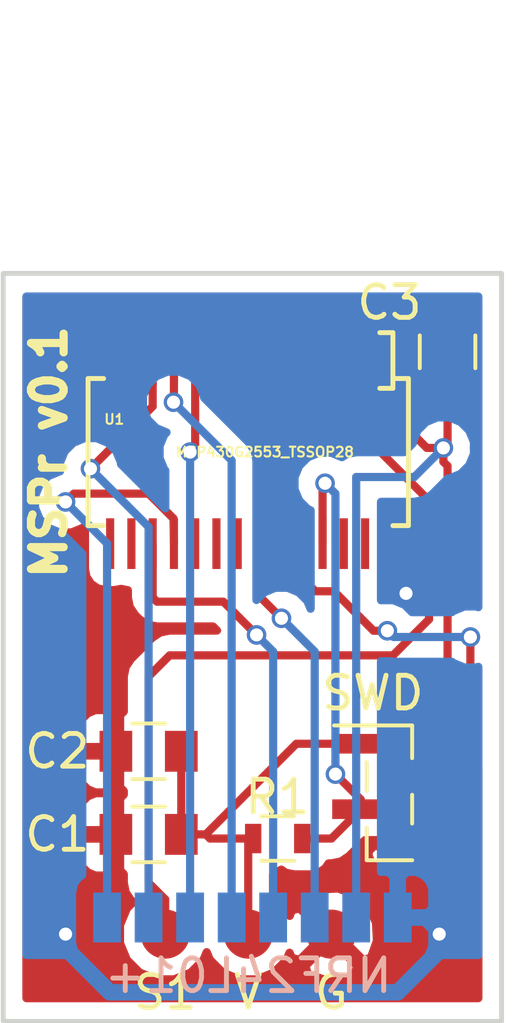
<source format=kicad_pcb>
(kicad_pcb (version 4) (host pcbnew 4.0.7)

  (general
    (links 23)
    (no_connects 0)
    (area 140.259999 99.619999 155.650001 122.630001)
    (thickness 1.6)
    (drawings 11)
    (tracks 103)
    (zones 0)
    (modules 10)
    (nets 29)
  )

  (page A4)
  (layers
    (0 F.Cu signal)
    (31 B.Cu signal)
    (32 B.Adhes user)
    (33 F.Adhes user)
    (34 B.Paste user)
    (35 F.Paste user)
    (36 B.SilkS user)
    (37 F.SilkS user)
    (38 B.Mask user)
    (39 F.Mask user)
    (40 Dwgs.User user)
    (41 Cmts.User user)
    (42 Eco1.User user)
    (43 Eco2.User user)
    (44 Edge.Cuts user)
    (45 Margin user)
    (46 B.CrtYd user)
    (47 F.CrtYd user)
    (48 B.Fab user)
    (49 F.Fab user)
  )

  (setup
    (last_trace_width 0.25)
    (trace_clearance 0.2)
    (zone_clearance 0.508)
    (zone_45_only no)
    (trace_min 0.2)
    (segment_width 0.2)
    (edge_width 0.15)
    (via_size 0.6)
    (via_drill 0.4)
    (via_min_size 0.4)
    (via_min_drill 0.3)
    (uvia_size 0.3)
    (uvia_drill 0.1)
    (uvias_allowed no)
    (uvia_min_size 0.2)
    (uvia_min_drill 0.1)
    (pcb_text_width 0.3)
    (pcb_text_size 1.5 1.5)
    (mod_edge_width 0.15)
    (mod_text_size 1 1)
    (mod_text_width 0.15)
    (pad_size 1.5 1.5)
    (pad_drill 0)
    (pad_to_mask_clearance 0.2)
    (aux_axis_origin 0 0)
    (visible_elements 7FFFFFFF)
    (pcbplotparams
      (layerselection 0x00030_80000001)
      (usegerberextensions false)
      (excludeedgelayer true)
      (linewidth 0.100000)
      (plotframeref false)
      (viasonmask false)
      (mode 1)
      (useauxorigin false)
      (hpglpennumber 1)
      (hpglpenspeed 20)
      (hpglpendiameter 15)
      (hpglpenoverlay 2)
      (psnegative false)
      (psa4output false)
      (plotreference true)
      (plotvalue true)
      (plotinvisibletext false)
      (padsonsilk false)
      (subtractmaskfromsilk false)
      (outputformat 1)
      (mirror false)
      (drillshape 1)
      (scaleselection 1)
      (outputdirectory ""))
  )

  (net 0 "")
  (net 1 GND)
  (net 2 VCC)
  (net 3 /CE)
  (net 4 /CS)
  (net 5 /SCK)
  (net 6 /MOSI)
  (net 7 /MISO)
  (net 8 /IRQ)
  (net 9 /RST)
  (net 10 /TEST)
  (net 11 "Net-(U1-Pad2)")
  (net 12 "Net-(U1-Pad3)")
  (net 13 "Net-(U1-Pad5)")
  (net 14 "Net-(U1-Pad6)")
  (net 15 "Net-(U1-Pad7)")
  (net 16 "Net-(U1-Pad8)")
  (net 17 "Net-(U1-Pad9)")
  (net 18 "Net-(U1-Pad13)")
  (net 19 "Net-(U1-Pad14)")
  (net 20 "Net-(U1-Pad15)")
  (net 21 "Net-(U1-Pad16)")
  (net 22 "Net-(U1-Pad19)")
  (net 23 "Net-(U1-Pad20)")
  (net 24 "Net-(U1-Pad21)")
  (net 25 "Net-(U1-Pad23)")
  (net 26 "Net-(U1-Pad26)")
  (net 27 "Net-(U1-Pad27)")
  (net 28 /TX)

  (net_class Default "This is the default net class."
    (clearance 0.2)
    (trace_width 0.25)
    (via_dia 0.6)
    (via_drill 0.4)
    (uvia_dia 0.3)
    (uvia_drill 0.1)
    (add_net /CE)
    (add_net /CS)
    (add_net /IRQ)
    (add_net /MISO)
    (add_net /MOSI)
    (add_net /RST)
    (add_net /SCK)
    (add_net /TEST)
    (add_net /TX)
    (add_net GND)
    (add_net "Net-(U1-Pad13)")
    (add_net "Net-(U1-Pad14)")
    (add_net "Net-(U1-Pad15)")
    (add_net "Net-(U1-Pad16)")
    (add_net "Net-(U1-Pad19)")
    (add_net "Net-(U1-Pad2)")
    (add_net "Net-(U1-Pad20)")
    (add_net "Net-(U1-Pad21)")
    (add_net "Net-(U1-Pad23)")
    (add_net "Net-(U1-Pad26)")
    (add_net "Net-(U1-Pad27)")
    (add_net "Net-(U1-Pad3)")
    (add_net "Net-(U1-Pad5)")
    (add_net "Net-(U1-Pad6)")
    (add_net "Net-(U1-Pad7)")
    (add_net "Net-(U1-Pad8)")
    (add_net "Net-(U1-Pad9)")
    (add_net VCC)
  )

  (module MSP430-Part-Library-for-Kicad-master:nrf24_smd (layer B.Cu) (tedit 5AA5F6F1) (tstamp 5AA59721)
    (at 152.4 119.38 180)
    (path /5AA5699C)
    (fp_text reference J1 (at 4.572 -1.778 180) (layer B.SilkS) hide
      (effects (font (size 1 1) (thickness 0.15)) (justify mirror))
    )
    (fp_text value NRF24L01+ (at 4.572 -1.778 180) (layer B.SilkS)
      (effects (font (size 1 1) (thickness 0.15)) (justify mirror))
    )
    (pad 1 smd rect (at 0 0 180) (size 0.85 1.524) (layers B.Cu B.Paste B.Mask)
      (net 1 GND))
    (pad 2 smd rect (at 1.27 0 180) (size 0.85 1.524) (layers B.Cu B.Paste B.Mask)
      (net 2 VCC))
    (pad 3 smd rect (at 2.54 0 180) (size 0.85 1.524) (layers B.Cu B.Paste B.Mask)
      (net 3 /CE))
    (pad 4 smd rect (at 3.81 0 180) (size 0.85 1.524) (layers B.Cu B.Paste B.Mask)
      (net 4 /CS))
    (pad 5 smd rect (at 5.08 0 180) (size 0.85 1.524) (layers B.Cu B.Paste B.Mask)
      (net 5 /SCK))
    (pad 6 smd rect (at 6.35 0 180) (size 0.85 1.524) (layers B.Cu B.Paste B.Mask)
      (net 6 /MOSI))
    (pad 7 smd rect (at 7.62 0 180) (size 0.85 1.524) (layers B.Cu B.Paste B.Mask)
      (net 7 /MISO))
    (pad 8 smd rect (at 8.89 0 180) (size 0.85 1.524) (layers B.Cu B.Paste B.Mask)
      (net 8 /IRQ))
  )

  (module Pin_Headers:Pin_Header_Straight_1x04_Pitch1.00mm_SMD_Pin1Left (layer F.Cu) (tedit 5AA5F0CB) (tstamp 5AA599C4)
    (at 152.146 115.57)
    (descr "surface-mounted straight pin header, 1x04, 1.00mm pitch, single row, style 1 (pin 1 left)")
    (tags "Surface mounted pin header SMD 1x04 1.00mm single row style1 pin1 left")
    (path /5AA55F86)
    (attr smd)
    (fp_text reference SWD1 (at 0 -3.06) (layer F.SilkS) hide
      (effects (font (size 1 1) (thickness 0.15)))
    )
    (fp_text value SWD (at -0.508 -3.048) (layer F.SilkS)
      (effects (font (size 1 1) (thickness 0.15)))
    )
    (fp_line (start 0.635 2) (end -0.635 2) (layer F.Fab) (width 0.1))
    (fp_line (start -0.285 -2) (end 0.635 -2) (layer F.Fab) (width 0.1))
    (fp_line (start -0.635 2) (end -0.635 -1.65) (layer F.Fab) (width 0.1))
    (fp_line (start -0.635 -1.65) (end -0.285 -2) (layer F.Fab) (width 0.1))
    (fp_line (start 0.635 -2) (end 0.635 2) (layer F.Fab) (width 0.1))
    (fp_line (start -0.635 -1.65) (end -1.25 -1.65) (layer F.Fab) (width 0.1))
    (fp_line (start -1.25 -1.65) (end -1.25 -1.35) (layer F.Fab) (width 0.1))
    (fp_line (start -1.25 -1.35) (end -0.635 -1.35) (layer F.Fab) (width 0.1))
    (fp_line (start -0.635 0.35) (end -1.25 0.35) (layer F.Fab) (width 0.1))
    (fp_line (start -1.25 0.35) (end -1.25 0.65) (layer F.Fab) (width 0.1))
    (fp_line (start -1.25 0.65) (end -0.635 0.65) (layer F.Fab) (width 0.1))
    (fp_line (start 0.635 -0.65) (end 1.25 -0.65) (layer F.Fab) (width 0.1))
    (fp_line (start 1.25 -0.65) (end 1.25 -0.35) (layer F.Fab) (width 0.1))
    (fp_line (start 1.25 -0.35) (end 0.635 -0.35) (layer F.Fab) (width 0.1))
    (fp_line (start 0.635 1.35) (end 1.25 1.35) (layer F.Fab) (width 0.1))
    (fp_line (start 1.25 1.35) (end 1.25 1.65) (layer F.Fab) (width 0.1))
    (fp_line (start 1.25 1.65) (end 0.635 1.65) (layer F.Fab) (width 0.1))
    (fp_line (start -0.695 -2.06) (end 0.695 -2.06) (layer F.SilkS) (width 0.12))
    (fp_line (start -0.695 2.06) (end 0.695 2.06) (layer F.SilkS) (width 0.12))
    (fp_line (start -0.695 -2.06) (end -1.69 -2.06) (layer F.SilkS) (width 0.12))
    (fp_line (start -0.695 -2.06) (end -0.695 -2.06) (layer F.SilkS) (width 0.12))
    (fp_line (start 0.695 2.06) (end 0.695 2.06) (layer F.SilkS) (width 0.12))
    (fp_line (start 0.695 -2.06) (end 0.695 -1.06) (layer F.SilkS) (width 0.12))
    (fp_line (start 0.695 0.06) (end 0.695 0.94) (layer F.SilkS) (width 0.12))
    (fp_line (start -0.695 -0.94) (end -0.695 -0.06) (layer F.SilkS) (width 0.12))
    (fp_line (start -0.695 1.06) (end -0.695 2.06) (layer F.SilkS) (width 0.12))
    (fp_line (start -2.25 -2.5) (end -2.25 2.5) (layer F.CrtYd) (width 0.05))
    (fp_line (start -2.25 2.5) (end 2.25 2.5) (layer F.CrtYd) (width 0.05))
    (fp_line (start 2.25 2.5) (end 2.25 -2.5) (layer F.CrtYd) (width 0.05))
    (fp_line (start 2.25 -2.5) (end -2.25 -2.5) (layer F.CrtYd) (width 0.05))
    (fp_text user %R (at 0 0 90) (layer F.Fab)
      (effects (font (size 1 1) (thickness 0.15)))
    )
    (pad 1 smd rect (at -0.875 -1.5) (size 1.75 0.6) (layers F.Cu F.Paste F.Mask)
      (net 2 VCC))
    (pad 3 smd rect (at -0.875 0.5) (size 1.75 0.6) (layers F.Cu F.Paste F.Mask)
      (net 10 /TEST))
    (pad 2 smd rect (at 0.875 -0.5) (size 1.75 0.6) (layers F.Cu F.Paste F.Mask)
      (net 9 /RST))
    (pad 4 smd rect (at 0.875 1.5) (size 1.75 0.6) (layers F.Cu F.Paste F.Mask)
      (net 1 GND))
    (model ${KISYS3DMOD}/Pin_Headers.3dshapes/Pin_Header_Straight_1x04_Pitch1.00mm_SMD_Pin1Left.wrl
      (at (xyz 0 0 0))
      (scale (xyz 1 1 1))
      (rotate (xyz 0 0 0))
    )
  )

  (module Capacitors_SMD:C_0805 (layer F.Cu) (tedit 58AA8463) (tstamp 5AA5970F)
    (at 144.78 116.84 180)
    (descr "Capacitor SMD 0805, reflow soldering, AVX (see smccp.pdf)")
    (tags "capacitor 0805")
    (path /5AA56EBD)
    (attr smd)
    (fp_text reference C1 (at 2.794 0 180) (layer F.SilkS)
      (effects (font (size 1 1) (thickness 0.15)))
    )
    (fp_text value 10uf (at 0 1.75 180) (layer F.Fab)
      (effects (font (size 1 1) (thickness 0.15)))
    )
    (fp_text user %R (at -3.048 0 180) (layer F.Fab)
      (effects (font (size 1 1) (thickness 0.15)))
    )
    (fp_line (start -1 0.62) (end -1 -0.62) (layer F.Fab) (width 0.1))
    (fp_line (start 1 0.62) (end -1 0.62) (layer F.Fab) (width 0.1))
    (fp_line (start 1 -0.62) (end 1 0.62) (layer F.Fab) (width 0.1))
    (fp_line (start -1 -0.62) (end 1 -0.62) (layer F.Fab) (width 0.1))
    (fp_line (start 0.5 -0.85) (end -0.5 -0.85) (layer F.SilkS) (width 0.12))
    (fp_line (start -0.5 0.85) (end 0.5 0.85) (layer F.SilkS) (width 0.12))
    (fp_line (start -1.75 -0.88) (end 1.75 -0.88) (layer F.CrtYd) (width 0.05))
    (fp_line (start -1.75 -0.88) (end -1.75 0.87) (layer F.CrtYd) (width 0.05))
    (fp_line (start 1.75 0.87) (end 1.75 -0.88) (layer F.CrtYd) (width 0.05))
    (fp_line (start 1.75 0.87) (end -1.75 0.87) (layer F.CrtYd) (width 0.05))
    (pad 1 smd rect (at -1 0 180) (size 1 1.25) (layers F.Cu F.Paste F.Mask)
      (net 2 VCC))
    (pad 2 smd rect (at 1 0 180) (size 1 1.25) (layers F.Cu F.Paste F.Mask)
      (net 1 GND))
    (model Capacitors_SMD.3dshapes/C_0805.wrl
      (at (xyz 0 0 0))
      (scale (xyz 1 1 1))
      (rotate (xyz 0 0 0))
    )
  )

  (module Capacitors_SMD:C_0805 (layer F.Cu) (tedit 58AA8463) (tstamp 5AA59715)
    (at 144.78 114.3 180)
    (descr "Capacitor SMD 0805, reflow soldering, AVX (see smccp.pdf)")
    (tags "capacitor 0805")
    (path /5AA56F3E)
    (attr smd)
    (fp_text reference C2 (at 2.794 0 180) (layer F.SilkS)
      (effects (font (size 1 1) (thickness 0.15)))
    )
    (fp_text value 0.1uf (at 0 1.75 180) (layer F.Fab)
      (effects (font (size 1 1) (thickness 0.15)))
    )
    (fp_text user %R (at -3.048 0 180) (layer F.Fab)
      (effects (font (size 1 1) (thickness 0.15)))
    )
    (fp_line (start -1 0.62) (end -1 -0.62) (layer F.Fab) (width 0.1))
    (fp_line (start 1 0.62) (end -1 0.62) (layer F.Fab) (width 0.1))
    (fp_line (start 1 -0.62) (end 1 0.62) (layer F.Fab) (width 0.1))
    (fp_line (start -1 -0.62) (end 1 -0.62) (layer F.Fab) (width 0.1))
    (fp_line (start 0.5 -0.85) (end -0.5 -0.85) (layer F.SilkS) (width 0.12))
    (fp_line (start -0.5 0.85) (end 0.5 0.85) (layer F.SilkS) (width 0.12))
    (fp_line (start -1.75 -0.88) (end 1.75 -0.88) (layer F.CrtYd) (width 0.05))
    (fp_line (start -1.75 -0.88) (end -1.75 0.87) (layer F.CrtYd) (width 0.05))
    (fp_line (start 1.75 0.87) (end 1.75 -0.88) (layer F.CrtYd) (width 0.05))
    (fp_line (start 1.75 0.87) (end -1.75 0.87) (layer F.CrtYd) (width 0.05))
    (pad 1 smd rect (at -1 0 180) (size 1 1.25) (layers F.Cu F.Paste F.Mask)
      (net 2 VCC))
    (pad 2 smd rect (at 1 0 180) (size 1 1.25) (layers F.Cu F.Paste F.Mask)
      (net 1 GND))
    (model Capacitors_SMD.3dshapes/C_0805.wrl
      (at (xyz 0 0 0))
      (scale (xyz 1 1 1))
      (rotate (xyz 0 0 0))
    )
  )

  (module MSP430-Part-Library-for-Kicad-master:TSSOP28 (layer F.Cu) (tedit 5AA5E26B) (tstamp 5AA59749)
    (at 147.828 105.156 180)
    (path /5AA463FE)
    (fp_text reference U1 (at 4.09956 1.00076 180) (layer F.SilkS)
      (effects (font (size 0.29972 0.29972) (thickness 0.0635)))
    )
    (fp_text value MSP430G2553_TSSOP28 (at -0.508 0 180) (layer F.SilkS)
      (effects (font (size 0.29972 0.29972) (thickness 0.0635)))
    )
    (fp_line (start -4.89966 -2.2479) (end -4.42468 -2.2479) (layer F.SilkS) (width 0.14986))
    (fp_line (start 4.42468 -2.2479) (end 4.89966 -2.2479) (layer F.SilkS) (width 0.14986))
    (fp_line (start 4.89966 -2.2479) (end 4.89966 2.2479) (layer F.SilkS) (width 0.14986))
    (fp_line (start -4.89966 2.2479) (end -4.42468 2.2479) (layer F.SilkS) (width 0.14986))
    (fp_line (start 4.42468 2.2479) (end 4.89966 2.2479) (layer F.SilkS) (width 0.14986))
    (fp_line (start -4.89966 -2.2479) (end -4.89966 2.2479) (layer F.SilkS) (width 0.14986))
    (fp_line (start -4.42468 1.94818) (end -4.02336 1.94818) (layer F.SilkS) (width 0.14986))
    (fp_line (start -4.42468 3.64998) (end -4.02336 3.64998) (layer F.SilkS) (width 0.14986))
    (fp_line (start -4.42468 1.94818) (end -4.42468 3.64998) (layer F.SilkS) (width 0.14986))
    (pad 1 smd rect (at -4.22402 2.79908) (size 0.24892 1.5494) (layers F.Cu F.Paste F.Mask)
      (net 2 VCC))
    (pad 2 smd rect (at -3.57378 2.79908) (size 0.24892 1.5494) (layers F.Cu F.Paste F.Mask)
      (net 11 "Net-(U1-Pad2)"))
    (pad 3 smd rect (at -2.92354 2.79908) (size 0.24892 1.5494) (layers F.Cu F.Paste F.Mask)
      (net 12 "Net-(U1-Pad3)"))
    (pad 4 smd rect (at -2.2733 2.79908) (size 0.24892 1.5494) (layers F.Cu F.Paste F.Mask)
      (net 28 /TX))
    (pad 5 smd rect (at -1.62306 2.79908) (size 0.24892 1.5494) (layers F.Cu F.Paste F.Mask)
      (net 13 "Net-(U1-Pad5)"))
    (pad 6 smd rect (at -0.97282 2.79908) (size 0.24892 1.5494) (layers F.Cu F.Paste F.Mask)
      (net 14 "Net-(U1-Pad6)"))
    (pad 7 smd rect (at -0.32258 2.79908) (size 0.24892 1.5494) (layers F.Cu F.Paste F.Mask)
      (net 15 "Net-(U1-Pad7)"))
    (pad 8 smd rect (at 0.32258 2.79908) (size 0.24892 1.5494) (layers F.Cu F.Paste F.Mask)
      (net 16 "Net-(U1-Pad8)"))
    (pad 9 smd rect (at 0.97282 2.79908) (size 0.24892 1.5494) (layers F.Cu F.Paste F.Mask)
      (net 17 "Net-(U1-Pad9)"))
    (pad 10 smd rect (at 1.62306 2.79908) (size 0.24892 1.5494) (layers F.Cu F.Paste F.Mask)
      (net 6 /MOSI))
    (pad 11 smd rect (at 2.2733 2.79908) (size 0.24892 1.5494) (layers F.Cu F.Paste F.Mask)
      (net 5 /SCK))
    (pad 12 smd rect (at 2.92354 2.79908) (size 0.24892 1.5494) (layers F.Cu F.Paste F.Mask)
      (net 7 /MISO))
    (pad 13 smd rect (at 3.57378 2.79908) (size 0.24892 1.5494) (layers F.Cu F.Paste F.Mask)
      (net 18 "Net-(U1-Pad13)"))
    (pad 14 smd rect (at 4.22402 2.79908) (size 0.24892 1.5494) (layers F.Cu F.Paste F.Mask)
      (net 19 "Net-(U1-Pad14)"))
    (pad 15 smd rect (at 4.22402 -2.79908 180) (size 0.24892 1.5494) (layers F.Cu F.Paste F.Mask)
      (net 20 "Net-(U1-Pad15)"))
    (pad 16 smd rect (at 3.57378 -2.79908 180) (size 0.24892 1.5494) (layers F.Cu F.Paste F.Mask)
      (net 21 "Net-(U1-Pad16)"))
    (pad 17 smd rect (at 2.92354 -2.79908 180) (size 0.24892 1.5494) (layers F.Cu F.Paste F.Mask)
      (net 4 /CS))
    (pad 18 smd rect (at 2.2733 -2.79908 180) (size 0.24892 1.5494) (layers F.Cu F.Paste F.Mask)
      (net 8 /IRQ))
    (pad 19 smd rect (at 1.62306 -2.79908 180) (size 0.24892 1.5494) (layers F.Cu F.Paste F.Mask)
      (net 22 "Net-(U1-Pad19)"))
    (pad 20 smd rect (at 0.97282 -2.79908 180) (size 0.24892 1.5494) (layers F.Cu F.Paste F.Mask)
      (net 23 "Net-(U1-Pad20)"))
    (pad 21 smd rect (at 0.32258 -2.79908 180) (size 0.24892 1.5494) (layers F.Cu F.Paste F.Mask)
      (net 24 "Net-(U1-Pad21)"))
    (pad 22 smd rect (at -0.32258 -2.79908 180) (size 0.24892 1.5494) (layers F.Cu F.Paste F.Mask)
      (net 3 /CE))
    (pad 23 smd rect (at -0.97282 -2.79908 180) (size 0.24892 1.5494) (layers F.Cu F.Paste F.Mask)
      (net 25 "Net-(U1-Pad23)"))
    (pad 24 smd rect (at -1.62306 -2.79908 180) (size 0.24892 1.5494) (layers F.Cu F.Paste F.Mask)
      (net 9 /RST))
    (pad 25 smd rect (at -2.2733 -2.79908 180) (size 0.24892 1.5494) (layers F.Cu F.Paste F.Mask)
      (net 10 /TEST))
    (pad 26 smd rect (at -2.92354 -2.79908 180) (size 0.24892 1.5494) (layers F.Cu F.Paste F.Mask)
      (net 26 "Net-(U1-Pad26)"))
    (pad 27 smd rect (at -3.57378 -2.79908 180) (size 0.24892 1.5494) (layers F.Cu F.Paste F.Mask)
      (net 27 "Net-(U1-Pad27)"))
    (pad 28 smd rect (at -4.22402 -2.79908 180) (size 0.24892 1.5494) (layers F.Cu F.Paste F.Mask)
      (net 1 GND))
  )

  (module Measurement_Points:Measurement_Point_Round-SMD-Pad_Small (layer F.Cu) (tedit 5AA5F752) (tstamp 5AA5ACBB)
    (at 147.828 119.888)
    (descr "Mesurement Point, Round, SMD Pad, DM 1.5mm,")
    (tags "Mesurement Point Round SMD Pad 1.5mm")
    (path /5AA5AC29)
    (attr virtual)
    (fp_text reference V1 (at 0 1.778) (layer F.SilkS) hide
      (effects (font (size 1 1) (thickness 0.15)))
    )
    (fp_text value V (at 0 1.778) (layer F.SilkS)
      (effects (font (size 1 1) (thickness 0.15)))
    )
    (fp_circle (center 0 0) (end 1 0) (layer F.CrtYd) (width 0.05))
    (pad 2 smd circle (at 0 0) (size 1.5 1.5) (layers F.Cu F.Mask)
      (net 2 VCC))
  )

  (module Measurement_Points:Measurement_Point_Round-SMD-Pad_Small (layer F.Cu) (tedit 5AA5EF67) (tstamp 5AA5ACC0)
    (at 150.368 119.888)
    (descr "Mesurement Point, Round, SMD Pad, DM 1.5mm,")
    (tags "Mesurement Point Round SMD Pad 1.5mm")
    (path /5AA5AC9B)
    (attr virtual)
    (fp_text reference G1 (at 0 1.778) (layer F.SilkS) hide
      (effects (font (size 1 1) (thickness 0.15)))
    )
    (fp_text value G (at 0 1.778) (layer F.SilkS)
      (effects (font (size 1 1) (thickness 0.15)))
    )
    (fp_circle (center 0 0) (end 1 0) (layer F.CrtYd) (width 0.05))
    (pad 1 smd circle (at 0 0) (size 1.5 1.5) (layers F.Cu F.Mask)
      (net 1 GND))
  )

  (module Measurement_Points:Measurement_Point_Round-SMD-Pad_Small (layer F.Cu) (tedit 5AA5F746) (tstamp 5AA5E04A)
    (at 145.288 119.888)
    (descr "Mesurement Point, Round, SMD Pad, DM 1.5mm,")
    (tags "Mesurement Point Round SMD Pad 1.5mm")
    (path /5AA5E07E)
    (attr virtual)
    (fp_text reference S1 (at 0 1.778) (layer F.SilkS) hide
      (effects (font (size 1 1) (thickness 0.15)))
    )
    (fp_text value S1 (at 0 1.778) (layer F.SilkS)
      (effects (font (size 1 1) (thickness 0.15)))
    )
    (fp_circle (center 0 0) (end 1 0) (layer F.CrtYd) (width 0.05))
    (pad 3 smd circle (at 0 0) (size 1.5 1.5) (layers F.Cu F.Mask)
      (net 28 /TX))
  )

  (module Capacitors_SMD:C_0805 (layer F.Cu) (tedit 58AA8463) (tstamp 5AA5EA7E)
    (at 153.924 102.092 270)
    (descr "Capacitor SMD 0805, reflow soldering, AVX (see smccp.pdf)")
    (tags "capacitor 0805")
    (path /5AA5EAC4)
    (attr smd)
    (fp_text reference C3 (at -1.508 1.778 360) (layer F.SilkS)
      (effects (font (size 1 1) (thickness 0.15)))
    )
    (fp_text value 100nf (at 0 1.75 270) (layer F.Fab)
      (effects (font (size 1 1) (thickness 0.15)))
    )
    (fp_text user %R (at -0.238 -1.5 270) (layer F.Fab)
      (effects (font (size 1 1) (thickness 0.15)))
    )
    (fp_line (start -1 0.62) (end -1 -0.62) (layer F.Fab) (width 0.1))
    (fp_line (start 1 0.62) (end -1 0.62) (layer F.Fab) (width 0.1))
    (fp_line (start 1 -0.62) (end 1 0.62) (layer F.Fab) (width 0.1))
    (fp_line (start -1 -0.62) (end 1 -0.62) (layer F.Fab) (width 0.1))
    (fp_line (start 0.5 -0.85) (end -0.5 -0.85) (layer F.SilkS) (width 0.12))
    (fp_line (start -0.5 0.85) (end 0.5 0.85) (layer F.SilkS) (width 0.12))
    (fp_line (start -1.75 -0.88) (end 1.75 -0.88) (layer F.CrtYd) (width 0.05))
    (fp_line (start -1.75 -0.88) (end -1.75 0.87) (layer F.CrtYd) (width 0.05))
    (fp_line (start 1.75 0.87) (end 1.75 -0.88) (layer F.CrtYd) (width 0.05))
    (fp_line (start 1.75 0.87) (end -1.75 0.87) (layer F.CrtYd) (width 0.05))
    (pad 1 smd rect (at -1 0 270) (size 1 1.25) (layers F.Cu F.Paste F.Mask)
      (net 1 GND))
    (pad 2 smd rect (at 1 0 270) (size 1 1.25) (layers F.Cu F.Paste F.Mask)
      (net 2 VCC))
    (model Capacitors_SMD.3dshapes/C_0805.wrl
      (at (xyz 0 0 0))
      (scale (xyz 1 1 1))
      (rotate (xyz 0 0 0))
    )
  )

  (module Resistors_SMD:R_0603 (layer F.Cu) (tedit 58E0A804) (tstamp 5AA5EA84)
    (at 148.729 116.967)
    (descr "Resistor SMD 0603, reflow soldering, Vishay (see dcrcw.pdf)")
    (tags "resistor 0603")
    (path /5AA5E92C)
    (attr smd)
    (fp_text reference R1 (at -0.012 -1.27) (layer F.SilkS)
      (effects (font (size 1 1) (thickness 0.15)))
    )
    (fp_text value 47k (at -0.508 -1.524) (layer F.Fab)
      (effects (font (size 1 1) (thickness 0.15)))
    )
    (fp_text user %R (at 0 0) (layer F.Fab)
      (effects (font (size 0.4 0.4) (thickness 0.075)))
    )
    (fp_line (start -0.8 0.4) (end -0.8 -0.4) (layer F.Fab) (width 0.1))
    (fp_line (start 0.8 0.4) (end -0.8 0.4) (layer F.Fab) (width 0.1))
    (fp_line (start 0.8 -0.4) (end 0.8 0.4) (layer F.Fab) (width 0.1))
    (fp_line (start -0.8 -0.4) (end 0.8 -0.4) (layer F.Fab) (width 0.1))
    (fp_line (start 0.5 0.68) (end -0.5 0.68) (layer F.SilkS) (width 0.12))
    (fp_line (start -0.5 -0.68) (end 0.5 -0.68) (layer F.SilkS) (width 0.12))
    (fp_line (start -1.25 -0.7) (end 1.25 -0.7) (layer F.CrtYd) (width 0.05))
    (fp_line (start -1.25 -0.7) (end -1.25 0.7) (layer F.CrtYd) (width 0.05))
    (fp_line (start 1.25 0.7) (end 1.25 -0.7) (layer F.CrtYd) (width 0.05))
    (fp_line (start 1.25 0.7) (end -1.25 0.7) (layer F.CrtYd) (width 0.05))
    (pad 1 smd rect (at -0.75 0) (size 0.5 0.9) (layers F.Cu F.Paste F.Mask)
      (net 2 VCC))
    (pad 2 smd rect (at 0.75 0) (size 0.5 0.9) (layers F.Cu F.Paste F.Mask)
      (net 10 /TEST))
    (model ${KISYS3DMOD}/Resistors_SMD.3dshapes/R_0603.wrl
      (at (xyz 0 0 0))
      (scale (xyz 1 1 1))
      (rotate (xyz 0 0 0))
    )
  )

  (gr_text "MSPr v0.1" (at 141.732 105.156 90) (layer F.SilkS)
    (effects (font (size 1 1) (thickness 0.25)))
  )
  (gr_line (start 140.335 122.555) (end 140.335 120.65) (angle 90) (layer Edge.Cuts) (width 0.15))
  (gr_line (start 155.575 122.555) (end 140.335 122.555) (angle 90) (layer Edge.Cuts) (width 0.15))
  (gr_line (start 155.575 120.65) (end 155.575 122.555) (angle 90) (layer Edge.Cuts) (width 0.15))
  (gr_line (start 140.335 99.695) (end 140.335 120.65) (angle 90) (layer Edge.Cuts) (width 0.15))
  (gr_line (start 155.575 99.695) (end 140.335 99.695) (angle 90) (layer Edge.Cuts) (width 0.15))
  (gr_line (start 155.575 120.65) (end 155.575 99.695) (angle 90) (layer Edge.Cuts) (width 0.15))
  (gr_line (start 140.335 120.65) (end 155.575 120.65) (angle 90) (layer Dwgs.User) (width 0.2))
  (gr_line (start 140.335 91.44) (end 155.575 91.44) (angle 90) (layer Dwgs.User) (width 0.2))
  (gr_line (start 140.335 120.65) (end 140.335 91.44) (angle 90) (layer Dwgs.User) (width 0.2))
  (gr_line (start 155.575 120.65) (end 155.575 91.44) (angle 90) (layer Dwgs.User) (width 0.2))

  (via (at 153.67 119.888) (size 0.6) (drill 0.4) (layers F.Cu B.Cu) (net 1))
  (segment (start 143.593736 121.666) (end 152.4 121.666) (width 0.5) (layer B.Cu) (net 1))
  (segment (start 152.4 121.666) (end 153.67 120.396) (width 0.5) (layer B.Cu) (net 1))
  (segment (start 142.24 119.888) (end 142.24 120.312264) (width 0.25) (layer B.Cu) (net 1))
  (segment (start 142.24 120.312264) (end 143.593736 121.666) (width 0.5) (layer B.Cu) (net 1))
  (segment (start 153.67 119.975) (end 153.67 120.396) (width 0.25) (layer B.Cu) (net 1))
  (via (at 142.24 119.888) (size 0.6) (drill 0.4) (layers F.Cu B.Cu) (net 1))
  (segment (start 152.4 119.38) (end 153.075 119.38) (width 0.25) (layer B.Cu) (net 1))
  (segment (start 153.075 119.38) (end 153.67 119.975) (width 0.25) (layer B.Cu) (net 1))
  (segment (start 152.05202 107.95508) (end 152.05202 108.87202) (width 0.25) (layer F.Cu) (net 1))
  (segment (start 152.05202 108.87202) (end 152.654 109.474) (width 0.25) (layer F.Cu) (net 1))
  (via (at 152.654 109.474) (size 0.6) (drill 0.4) (layers F.Cu B.Cu) (net 1))
  (segment (start 143.78 116.965) (end 143.78 116.84) (width 0.25) (layer F.Cu) (net 1))
  (segment (start 153.924 103.378) (end 153.924 104.902) (width 0.25) (layer F.Cu) (net 2))
  (segment (start 153.924 104.902) (end 153.797 105.029) (width 0.25) (layer F.Cu) (net 2))
  (segment (start 152.05202 103.79202) (end 153.289 105.029) (width 0.25) (layer F.Cu) (net 2))
  (segment (start 153.289 105.029) (end 153.797 105.029) (width 0.25) (layer F.Cu) (net 2))
  (segment (start 152.05202 102.35692) (end 152.05202 103.79202) (width 0.25) (layer F.Cu) (net 2))
  (segment (start 145.78 116.84) (end 145.78 114.3) (width 0.25) (layer F.Cu) (net 2))
  (segment (start 146.53 116.84) (end 146.657 116.967) (width 0.25) (layer F.Cu) (net 2))
  (segment (start 146.657 116.967) (end 147.979 116.967) (width 0.25) (layer F.Cu) (net 2))
  (segment (start 147.828 119.888) (end 147.828 117.118) (width 0.25) (layer F.Cu) (net 2))
  (segment (start 147.828 117.118) (end 147.979 116.967) (width 0.25) (layer F.Cu) (net 2))
  (segment (start 152.908 105.918) (end 153.797 105.029) (width 0.25) (layer B.Cu) (net 2))
  (segment (start 153.924 108.966) (end 153.924 105.580264) (width 0.25) (layer F.Cu) (net 2))
  (segment (start 153.924 105.580264) (end 153.797 105.453264) (width 0.25) (layer F.Cu) (net 2))
  (segment (start 153.797 105.453264) (end 153.797 105.029) (width 0.25) (layer F.Cu) (net 2))
  (segment (start 151.13 105.918) (end 152.908 105.918) (width 0.25) (layer B.Cu) (net 2))
  (segment (start 146.05 117.11) (end 145.78 116.84) (width 0.25) (layer F.Cu) (net 2))
  (segment (start 146.53 116.84) (end 149.3 114.07) (width 0.25) (layer F.Cu) (net 2))
  (segment (start 149.3 114.07) (end 152.033 114.07) (width 0.25) (layer F.Cu) (net 2))
  (segment (start 145.78 116.84) (end 146.53 116.84) (width 0.25) (layer F.Cu) (net 2))
  (segment (start 153.9 108.99) (end 153.924 108.966) (width 0.25) (layer F.Cu) (net 2))
  (segment (start 152.033 114.07) (end 153.158 114.07) (width 0.25) (layer F.Cu) (net 2))
  (segment (start 153.158 114.07) (end 153.924 113.304) (width 0.25) (layer F.Cu) (net 2))
  (segment (start 153.924 113.304) (end 153.924 108.966) (width 0.25) (layer F.Cu) (net 2))
  (segment (start 151.13 119.38) (end 151.13 105.918) (width 0.25) (layer B.Cu) (net 2))
  (via (at 153.797 105.029) (size 0.6) (drill 0.4) (layers F.Cu B.Cu) (net 2))
  (segment (start 152.14092 102.35692) (end 152.05202 102.35692) (width 0.25) (layer F.Cu) (net 2) (tstamp 5AA5A0F1))
  (segment (start 149.86 119.38) (end 149.86 111.252) (width 0.25) (layer B.Cu) (net 3))
  (segment (start 148.15058 109.54258) (end 148.15058 107.95508) (width 0.25) (layer F.Cu) (net 3) (tstamp 5AA5A0DE))
  (segment (start 148.844 110.236) (end 148.15058 109.54258) (width 0.25) (layer F.Cu) (net 3) (tstamp 5AA5A0DD))
  (via (at 148.844 110.236) (size 0.6) (drill 0.4) (layers F.Cu B.Cu) (net 3))
  (segment (start 149.86 111.252) (end 148.844 110.236) (width 0.25) (layer B.Cu) (net 3) (tstamp 5AA5A0D4))
  (segment (start 148.59 119.38) (end 148.59 111.252) (width 0.25) (layer B.Cu) (net 4))
  (segment (start 144.90446 109.59846) (end 144.90446 107.95508) (width 0.25) (layer F.Cu) (net 4) (tstamp 5AA5A0CE))
  (segment (start 145.034 109.728) (end 144.90446 109.59846) (width 0.25) (layer F.Cu) (net 4) (tstamp 5AA5A0CB))
  (segment (start 147.066 109.728) (end 145.034 109.728) (width 0.25) (layer F.Cu) (net 4) (tstamp 5AA5A0C8))
  (segment (start 148.082 110.744) (end 147.066 109.728) (width 0.25) (layer F.Cu) (net 4) (tstamp 5AA5A0C7))
  (via (at 148.082 110.744) (size 0.6) (drill 0.4) (layers F.Cu B.Cu) (net 4))
  (segment (start 148.59 111.252) (end 148.082 110.744) (width 0.25) (layer B.Cu) (net 4) (tstamp 5AA5A0B1))
  (segment (start 147.32 119.38) (end 147.32 105.41) (width 0.25) (layer B.Cu) (net 5))
  (segment (start 145.5547 103.6193) (end 145.5547 102.35692) (width 0.25) (layer F.Cu) (net 5) (tstamp 5AA5A0A9))
  (segment (start 145.542 103.632) (end 145.5547 103.6193) (width 0.25) (layer F.Cu) (net 5) (tstamp 5AA5A0A8))
  (via (at 145.542 103.632) (size 0.6) (drill 0.4) (layers F.Cu B.Cu) (net 5))
  (segment (start 147.32 105.41) (end 145.542 103.632) (width 0.25) (layer B.Cu) (net 5) (tstamp 5AA5A097))
  (segment (start 146.05 119.38) (end 146.05 105.156) (width 0.25) (layer B.Cu) (net 6))
  (segment (start 146.20494 105.00106) (end 146.20494 102.35692) (width 0.25) (layer F.Cu) (net 6) (tstamp 5AA5A082))
  (segment (start 146.05 105.156) (end 146.20494 105.00106) (width 0.25) (layer F.Cu) (net 6) (tstamp 5AA5A081))
  (via (at 146.05 105.156) (size 0.6) (drill 0.4) (layers F.Cu B.Cu) (net 6))
  (segment (start 144.78 119.38) (end 144.78 107.442) (width 0.25) (layer B.Cu) (net 7))
  (segment (start 144.78 107.442) (end 143.002 105.664) (width 0.25) (layer B.Cu) (net 7) (tstamp 5AA5A06A))
  (via (at 143.002 105.664) (size 0.6) (drill 0.4) (layers F.Cu B.Cu) (net 7))
  (segment (start 143.002 105.664) (end 144.90446 103.76154) (width 0.25) (layer F.Cu) (net 7) (tstamp 5AA5A071))
  (segment (start 144.90446 103.76154) (end 144.90446 102.35692) (width 0.25) (layer F.Cu) (net 7) (tstamp 5AA5A072))
  (segment (start 143.51 119.38) (end 143.51 107.95) (width 0.25) (layer B.Cu) (net 8))
  (segment (start 144.78 106.426) (end 145.542 107.188) (width 0.25) (layer F.Cu) (net 8) (tstamp 5AA5A9F4))
  (segment (start 142.494 106.426) (end 144.78 106.426) (width 0.25) (layer F.Cu) (net 8) (tstamp 5AA5A9F3))
  (segment (start 142.24 106.68) (end 142.494 106.426) (width 0.25) (layer F.Cu) (net 8) (tstamp 5AA5A9F2))
  (via (at 142.24 106.68) (size 0.6) (drill 0.4) (layers F.Cu B.Cu) (net 8))
  (segment (start 143.51 107.95) (end 142.24 106.68) (width 0.25) (layer B.Cu) (net 8) (tstamp 5AA5A9E1))
  (segment (start 145.542 107.188) (end 145.5547 107.95508) (width 0.25) (layer F.Cu) (net 8) (tstamp 5AA5A9F6))
  (segment (start 150.451736 109.4105) (end 149.88178 109.4105) (width 0.25) (layer F.Cu) (net 9))
  (segment (start 149.88178 109.4105) (end 149.45106 108.97978) (width 0.25) (layer F.Cu) (net 9))
  (segment (start 149.45106 108.97978) (end 149.45106 107.95508) (width 0.25) (layer F.Cu) (net 9))
  (segment (start 152.0825 110.617) (end 151.658236 110.617) (width 0.25) (layer F.Cu) (net 9))
  (segment (start 151.658236 110.617) (end 150.451736 109.4105) (width 0.25) (layer F.Cu) (net 9))
  (segment (start 154.6225 110.8075) (end 152.273 110.8075) (width 0.25) (layer B.Cu) (net 9))
  (segment (start 152.273 110.8075) (end 152.0825 110.617) (width 0.25) (layer B.Cu) (net 9))
  (via (at 152.0825 110.617) (size 0.6) (drill 0.4) (layers F.Cu B.Cu) (net 9))
  (segment (start 153.021 115.07) (end 153.596 115.07) (width 0.25) (layer F.Cu) (net 9))
  (via (at 154.6225 110.8075) (size 0.6) (drill 0.4) (layers F.Cu B.Cu) (net 9))
  (segment (start 153.596 115.07) (end 154.6225 114.0435) (width 0.25) (layer F.Cu) (net 9))
  (segment (start 154.6225 114.0435) (end 154.6225 110.8075) (width 0.25) (layer F.Cu) (net 9))
  (segment (start 149.479 116.967) (end 150.374 116.967) (width 0.25) (layer F.Cu) (net 10))
  (segment (start 150.374 116.967) (end 151.271 116.07) (width 0.25) (layer F.Cu) (net 10))
  (segment (start 150.1013 107.95508) (end 150.1013 106.1847) (width 0.25) (layer F.Cu) (net 10))
  (segment (start 150.1013 106.1847) (end 150.1775 106.1085) (width 0.25) (layer F.Cu) (net 10))
  (segment (start 150.495 114.9985) (end 150.495 106.426) (width 0.25) (layer B.Cu) (net 10))
  (segment (start 150.495 106.426) (end 150.1775 106.1085) (width 0.25) (layer B.Cu) (net 10))
  (via (at 150.1775 106.1085) (size 0.6) (drill 0.4) (layers F.Cu B.Cu) (net 10))
  (segment (start 151.271 116.07) (end 151.271 115.7745) (width 0.25) (layer F.Cu) (net 10))
  (via (at 150.495 114.9985) (size 0.6) (drill 0.4) (layers F.Cu B.Cu) (net 10))
  (segment (start 151.271 115.7745) (end 150.495 114.9985) (width 0.25) (layer F.Cu) (net 10))
  (segment (start 150.1013 102.35692) (end 150.1013 103.38162) (width 0.25) (layer F.Cu) (net 28))
  (segment (start 150.1013 103.38162) (end 153.35801 106.63833) (width 0.25) (layer F.Cu) (net 28))
  (segment (start 153.35801 106.63833) (end 153.35801 110.266492) (width 0.25) (layer F.Cu) (net 28))
  (segment (start 145.288 118.82734) (end 145.288 119.888) (width 0.25) (layer F.Cu) (net 28))
  (segment (start 153.35801 110.266492) (end 152.255501 111.369001) (width 0.25) (layer F.Cu) (net 28))
  (segment (start 145.424999 111.369001) (end 144.78 112.014) (width 0.25) (layer F.Cu) (net 28))
  (segment (start 152.255501 111.369001) (end 145.424999 111.369001) (width 0.25) (layer F.Cu) (net 28))
  (segment (start 144.78 112.014) (end 144.78 118.31934) (width 0.25) (layer F.Cu) (net 28))
  (segment (start 144.78 118.31934) (end 145.288 118.82734) (width 0.25) (layer F.Cu) (net 28))

  (zone (net 1) (net_name GND) (layer B.Cu) (tstamp 5AA5A158) (hatch edge 0.508)
    (connect_pads (clearance 0.508))
    (min_thickness 0.254)
    (fill yes (arc_segments 16) (thermal_gap 0.508) (thermal_bridge_width 0.508))
    (polygon
      (pts
        (xy 155.575 120.65) (xy 140.335 120.65) (xy 140.335 99.695) (xy 155.575 99.695)
      )
    )
    (filled_polygon
      (pts
        (xy 154.865 109.895791) (xy 154.809299 109.872662) (xy 154.437333 109.872338) (xy 154.093557 110.014383) (xy 154.060382 110.0475)
        (xy 152.835131 110.0475) (xy 152.612827 109.824808) (xy 152.269299 109.682162) (xy 151.897333 109.681838) (xy 151.89 109.684868)
        (xy 151.89 106.678) (xy 152.908 106.678) (xy 153.198839 106.620148) (xy 153.445401 106.455401) (xy 153.93668 105.964122)
        (xy 153.982167 105.964162) (xy 154.325943 105.822117) (xy 154.589192 105.559327) (xy 154.731838 105.215799) (xy 154.732162 104.843833)
        (xy 154.590117 104.500057) (xy 154.327327 104.236808) (xy 153.983799 104.094162) (xy 153.611833 104.093838) (xy 153.268057 104.235883)
        (xy 153.004808 104.498673) (xy 152.862162 104.842201) (xy 152.862121 104.889077) (xy 152.593198 105.158) (xy 151.13 105.158)
        (xy 150.839161 105.215852) (xy 150.696103 105.31144) (xy 150.364299 105.173662) (xy 149.992333 105.173338) (xy 149.648557 105.315383)
        (xy 149.385308 105.578173) (xy 149.242662 105.921701) (xy 149.242338 106.293667) (xy 149.384383 106.637443) (xy 149.647173 106.900692)
        (xy 149.735 106.937161) (xy 149.735 109.943953) (xy 149.637117 109.707057) (xy 149.374327 109.443808) (xy 149.030799 109.301162)
        (xy 148.658833 109.300838) (xy 148.315057 109.442883) (xy 148.08 109.67753) (xy 148.08 105.41) (xy 148.022148 105.119161)
        (xy 147.857401 104.872599) (xy 146.477122 103.49232) (xy 146.477162 103.446833) (xy 146.335117 103.103057) (xy 146.072327 102.839808)
        (xy 145.728799 102.697162) (xy 145.356833 102.696838) (xy 145.013057 102.838883) (xy 144.749808 103.101673) (xy 144.607162 103.445201)
        (xy 144.606838 103.817167) (xy 144.748883 104.160943) (xy 145.011673 104.424192) (xy 145.328043 104.555561) (xy 145.257808 104.625673)
        (xy 145.115162 104.969201) (xy 145.114838 105.341167) (xy 145.256883 105.684943) (xy 145.29 105.718118) (xy 145.29 106.877198)
        (xy 143.937122 105.52432) (xy 143.937162 105.478833) (xy 143.795117 105.135057) (xy 143.532327 104.871808) (xy 143.188799 104.729162)
        (xy 142.816833 104.728838) (xy 142.473057 104.870883) (xy 142.209808 105.133673) (xy 142.067162 105.477201) (xy 142.066929 105.744849)
        (xy 142.054833 105.744838) (xy 141.711057 105.886883) (xy 141.447808 106.149673) (xy 141.305162 106.493201) (xy 141.304838 106.865167)
        (xy 141.446883 107.208943) (xy 141.709673 107.472192) (xy 142.053201 107.614838) (xy 142.100077 107.614879) (xy 142.75 108.264802)
        (xy 142.75 118.078982) (xy 142.633559 118.15391) (xy 142.488569 118.36611) (xy 142.43756 118.618) (xy 142.43756 120.142)
        (xy 142.481838 120.377317) (xy 142.575582 120.523) (xy 141.045 120.523) (xy 141.045 100.405) (xy 154.865 100.405)
      )
    )
    (filled_polygon
      (pts
        (xy 151.895701 111.551838) (xy 152.195576 111.552099) (xy 152.273 111.5675) (xy 154.060037 111.5675) (xy 154.092173 111.599692)
        (xy 154.435701 111.742338) (xy 154.807667 111.742662) (xy 154.865 111.718973) (xy 154.865 120.523) (xy 153.342026 120.523)
        (xy 153.363327 120.501699) (xy 153.46 120.26831) (xy 153.46 119.66575) (xy 153.30125 119.507) (xy 152.527 119.507)
        (xy 152.527 119.527) (xy 152.273 119.527) (xy 152.273 119.507) (xy 152.253 119.507) (xy 152.253 119.253)
        (xy 152.273 119.253) (xy 152.273 118.14175) (xy 152.527 118.14175) (xy 152.527 119.253) (xy 153.30125 119.253)
        (xy 153.46 119.09425) (xy 153.46 118.49169) (xy 153.363327 118.258301) (xy 153.184698 118.079673) (xy 152.951309 117.983)
        (xy 152.68575 117.983) (xy 152.527 118.14175) (xy 152.273 118.14175) (xy 152.11425 117.983) (xy 151.89 117.983)
        (xy 151.89 111.549471)
      )
    )
  )
  (zone (net 1) (net_name GND) (layer F.Cu) (tstamp 5AA5AD35) (hatch edge 0.508)
    (connect_pads (clearance 0.508))
    (min_thickness 0.254)
    (fill yes (arc_segments 16) (thermal_gap 0.508) (thermal_bridge_width 0.508) (smoothing chamfer))
    (polygon
      (pts
        (xy 140.335 99.695) (xy 140.335 122.555) (xy 155.575 122.555) (xy 155.575 99.695)
      )
    )
    (filled_polygon
      (pts
        (xy 152.664 100.465691) (xy 152.664 100.80625) (xy 152.82275 100.965) (xy 153.797 100.965) (xy 153.797 100.945)
        (xy 154.051 100.945) (xy 154.051 100.965) (xy 154.071 100.965) (xy 154.071 101.219) (xy 154.051 101.219)
        (xy 154.051 101.239) (xy 153.797 101.239) (xy 153.797 101.219) (xy 152.82275 101.219) (xy 152.746442 101.295308)
        (xy 152.64057 101.130779) (xy 152.42837 100.985789) (xy 152.17648 100.93478) (xy 151.92756 100.93478) (xy 151.719534 100.973923)
        (xy 151.52624 100.93478) (xy 151.27732 100.93478) (xy 151.069294 100.973923) (xy 150.876 100.93478) (xy 150.62708 100.93478)
        (xy 150.419054 100.973923) (xy 150.22576 100.93478) (xy 149.97684 100.93478) (xy 149.768814 100.973923) (xy 149.57552 100.93478)
        (xy 149.3266 100.93478) (xy 149.118574 100.973923) (xy 148.92528 100.93478) (xy 148.67636 100.93478) (xy 148.468334 100.973923)
        (xy 148.27504 100.93478) (xy 148.02612 100.93478) (xy 147.820727 100.973427) (xy 147.62988 100.93478) (xy 147.38096 100.93478)
        (xy 147.172934 100.973923) (xy 146.97964 100.93478) (xy 146.73072 100.93478) (xy 146.522694 100.973923) (xy 146.3294 100.93478)
        (xy 146.08048 100.93478) (xy 145.872454 100.973923) (xy 145.67916 100.93478) (xy 145.43024 100.93478) (xy 145.222214 100.973923)
        (xy 145.02892 100.93478) (xy 144.78 100.93478) (xy 144.571974 100.973923) (xy 144.37868 100.93478) (xy 144.12976 100.93478)
        (xy 143.921734 100.973923) (xy 143.72844 100.93478) (xy 143.47952 100.93478) (xy 143.244203 100.979058) (xy 143.028079 101.11813)
        (xy 142.883089 101.33033) (xy 142.83208 101.58222) (xy 142.83208 103.13162) (xy 142.876358 103.366937) (xy 143.01543 103.583061)
        (xy 143.22763 103.728051) (xy 143.47952 103.77906) (xy 143.72844 103.77906) (xy 143.831537 103.759661) (xy 142.86232 104.728878)
        (xy 142.816833 104.728838) (xy 142.473057 104.870883) (xy 142.209808 105.133673) (xy 142.067162 105.477201) (xy 142.066929 105.744849)
        (xy 142.054833 105.744838) (xy 141.711057 105.886883) (xy 141.447808 106.149673) (xy 141.305162 106.493201) (xy 141.304838 106.865167)
        (xy 141.446883 107.208943) (xy 141.709673 107.472192) (xy 142.053201 107.614838) (xy 142.425167 107.615162) (xy 142.768943 107.473117)
        (xy 142.83208 107.41009) (xy 142.83208 108.72978) (xy 142.876358 108.965097) (xy 143.01543 109.181221) (xy 143.22763 109.326211)
        (xy 143.47952 109.37722) (xy 143.72844 109.37722) (xy 143.936466 109.338077) (xy 144.12976 109.37722) (xy 144.14446 109.37722)
        (xy 144.14446 109.59846) (xy 144.202312 109.889299) (xy 144.367059 110.135861) (xy 144.496599 110.265401) (xy 144.74316 110.430148)
        (xy 145.034 110.488) (xy 146.751198 110.488) (xy 146.872199 110.609001) (xy 145.424999 110.609001) (xy 145.134159 110.666853)
        (xy 144.887598 110.8316) (xy 144.242599 111.476599) (xy 144.077852 111.723161) (xy 144.02 112.014) (xy 144.02 113.08575)
        (xy 143.907 113.19875) (xy 143.907 114.173) (xy 143.927 114.173) (xy 143.927 114.427) (xy 143.907 114.427)
        (xy 143.907 115.40125) (xy 144.02 115.51425) (xy 144.02 115.62575) (xy 143.907 115.73875) (xy 143.907 116.713)
        (xy 143.927 116.713) (xy 143.927 116.967) (xy 143.907 116.967) (xy 143.907 117.94125) (xy 144.02 118.05425)
        (xy 144.02 118.31934) (xy 144.077852 118.610179) (xy 144.242599 118.856741) (xy 144.301579 118.915721) (xy 144.114539 119.102436)
        (xy 143.903241 119.611298) (xy 143.90276 120.162285) (xy 144.113169 120.671515) (xy 144.502436 121.061461) (xy 145.011298 121.272759)
        (xy 145.562285 121.27324) (xy 146.071515 121.062831) (xy 146.461461 120.673564) (xy 146.557976 120.44113) (xy 146.653169 120.671515)
        (xy 147.042436 121.061461) (xy 147.551298 121.272759) (xy 148.102285 121.27324) (xy 148.611515 121.062831) (xy 148.815183 120.859517)
        (xy 149.576088 120.859517) (xy 149.644077 121.10046) (xy 150.163171 121.285201) (xy 150.713448 121.25723) (xy 151.091923 121.10046)
        (xy 151.159912 120.859517) (xy 150.368 120.067605) (xy 149.576088 120.859517) (xy 148.815183 120.859517) (xy 149.001461 120.673564)
        (xy 149.091377 120.457021) (xy 149.15554 120.611923) (xy 149.396483 120.679912) (xy 150.188395 119.888) (xy 150.547605 119.888)
        (xy 151.339517 120.679912) (xy 151.58046 120.611923) (xy 151.765201 120.092829) (xy 151.73723 119.542552) (xy 151.58046 119.164077)
        (xy 151.339517 119.096088) (xy 150.547605 119.888) (xy 150.188395 119.888) (xy 149.396483 119.096088) (xy 149.15554 119.164077)
        (xy 149.096268 119.330621) (xy 149.002831 119.104485) (xy 148.815157 118.916483) (xy 149.576088 118.916483) (xy 150.368 119.708395)
        (xy 151.159912 118.916483) (xy 151.091923 118.67554) (xy 150.572829 118.490799) (xy 150.022552 118.51877) (xy 149.644077 118.67554)
        (xy 149.576088 118.916483) (xy 148.815157 118.916483) (xy 148.613564 118.714539) (xy 148.588 118.703924) (xy 148.588 118.060261)
        (xy 148.638839 118.050148) (xy 148.837032 117.91772) (xy 148.97711 118.013431) (xy 149.229 118.06444) (xy 149.729 118.06444)
        (xy 149.964317 118.020162) (xy 150.180441 117.88109) (xy 150.285726 117.727) (xy 150.374 117.727) (xy 150.664839 117.669148)
        (xy 150.911401 117.504401) (xy 151.060052 117.35575) (xy 151.511 117.35575) (xy 151.511 117.49631) (xy 151.607673 117.729699)
        (xy 151.786302 117.908327) (xy 152.019691 118.005) (xy 152.73525 118.005) (xy 152.894 117.84625) (xy 152.894 117.197)
        (xy 153.148 117.197) (xy 153.148 117.84625) (xy 153.30675 118.005) (xy 154.022309 118.005) (xy 154.255698 117.908327)
        (xy 154.434327 117.729699) (xy 154.531 117.49631) (xy 154.531 117.35575) (xy 154.37225 117.197) (xy 153.148 117.197)
        (xy 152.894 117.197) (xy 151.66975 117.197) (xy 151.511 117.35575) (xy 151.060052 117.35575) (xy 151.398362 117.01744)
        (xy 152.146 117.01744) (xy 152.381317 116.973162) (xy 152.42819 116.943) (xy 152.894 116.943) (xy 152.894 116.29375)
        (xy 153.148 116.29375) (xy 153.148 116.943) (xy 154.37225 116.943) (xy 154.531 116.78425) (xy 154.531 116.64369)
        (xy 154.434327 116.410301) (xy 154.255698 116.231673) (xy 154.022309 116.135) (xy 153.30675 116.135) (xy 153.148 116.29375)
        (xy 152.894 116.29375) (xy 152.79344 116.19319) (xy 152.79344 116.01744) (xy 153.896 116.01744) (xy 154.131317 115.973162)
        (xy 154.347441 115.83409) (xy 154.492431 115.62189) (xy 154.54344 115.37) (xy 154.54344 115.197362) (xy 154.865 114.875802)
        (xy 154.865 121.845) (xy 141.045 121.845) (xy 141.045 117.12575) (xy 142.645 117.12575) (xy 142.645 117.59131)
        (xy 142.741673 117.824699) (xy 142.920302 118.003327) (xy 143.153691 118.1) (xy 143.49425 118.1) (xy 143.653 117.94125)
        (xy 143.653 116.967) (xy 142.80375 116.967) (xy 142.645 117.12575) (xy 141.045 117.12575) (xy 141.045 116.08869)
        (xy 142.645 116.08869) (xy 142.645 116.55425) (xy 142.80375 116.713) (xy 143.653 116.713) (xy 143.653 115.73875)
        (xy 143.49425 115.58) (xy 143.153691 115.58) (xy 142.920302 115.676673) (xy 142.741673 115.855301) (xy 142.645 116.08869)
        (xy 141.045 116.08869) (xy 141.045 114.58575) (xy 142.645 114.58575) (xy 142.645 115.05131) (xy 142.741673 115.284699)
        (xy 142.920302 115.463327) (xy 143.153691 115.56) (xy 143.49425 115.56) (xy 143.653 115.40125) (xy 143.653 114.427)
        (xy 142.80375 114.427) (xy 142.645 114.58575) (xy 141.045 114.58575) (xy 141.045 113.54869) (xy 142.645 113.54869)
        (xy 142.645 114.01425) (xy 142.80375 114.173) (xy 143.653 114.173) (xy 143.653 113.19875) (xy 143.49425 113.04)
        (xy 143.153691 113.04) (xy 142.920302 113.136673) (xy 142.741673 113.315301) (xy 142.645 113.54869) (xy 141.045 113.54869)
        (xy 141.045 100.405) (xy 152.689139 100.405)
      )
    )
  )
)

</source>
